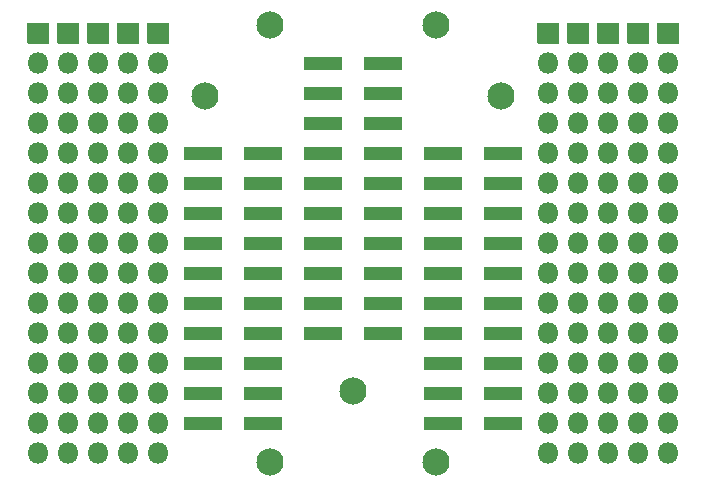
<source format=gbr>
G04 #@! TF.GenerationSoftware,KiCad,Pcbnew,5.1.7-a382d34a8~87~ubuntu18.04.1*
G04 #@! TF.CreationDate,2020-10-22T16:54:02+03:00*
G04 #@! TF.ProjectId,FreeSmart157AAC_29mm_devboard_5r_smd,46726565-536d-4617-9274-313537414143,rev?*
G04 #@! TF.SameCoordinates,Original*
G04 #@! TF.FileFunction,Soldermask,Bot*
G04 #@! TF.FilePolarity,Negative*
%FSLAX46Y46*%
G04 Gerber Fmt 4.6, Leading zero omitted, Abs format (unit mm)*
G04 Created by KiCad (PCBNEW 5.1.7-a382d34a8~87~ubuntu18.04.1) date 2020-10-22 16:54:02*
%MOMM*%
%LPD*%
G01*
G04 APERTURE LIST*
%ADD10C,2.302000*%
%ADD11O,1.802000X1.802000*%
G04 APERTURE END LIST*
D10*
X7000000Y-18500000D03*
X-7000000Y-18500000D03*
X7000000Y18500000D03*
X-7000000Y18500000D03*
G36*
G01*
X899000Y14740000D02*
X899000Y15740000D01*
G75*
G02*
X950000Y15791000I51000J0D01*
G01*
X4100000Y15791000D01*
G75*
G02*
X4151000Y15740000I0J-51000D01*
G01*
X4151000Y14740000D01*
G75*
G02*
X4100000Y14689000I-51000J0D01*
G01*
X950000Y14689000D01*
G75*
G02*
X899000Y14740000I0J51000D01*
G01*
G37*
G36*
G01*
X-4151000Y14740000D02*
X-4151000Y15740000D01*
G75*
G02*
X-4100000Y15791000I51000J0D01*
G01*
X-950000Y15791000D01*
G75*
G02*
X-899000Y15740000I0J-51000D01*
G01*
X-899000Y14740000D01*
G75*
G02*
X-950000Y14689000I-51000J0D01*
G01*
X-4100000Y14689000D01*
G75*
G02*
X-4151000Y14740000I0J51000D01*
G01*
G37*
G36*
G01*
X899000Y12200000D02*
X899000Y13200000D01*
G75*
G02*
X950000Y13251000I51000J0D01*
G01*
X4100000Y13251000D01*
G75*
G02*
X4151000Y13200000I0J-51000D01*
G01*
X4151000Y12200000D01*
G75*
G02*
X4100000Y12149000I-51000J0D01*
G01*
X950000Y12149000D01*
G75*
G02*
X899000Y12200000I0J51000D01*
G01*
G37*
G36*
G01*
X-4151000Y12200000D02*
X-4151000Y13200000D01*
G75*
G02*
X-4100000Y13251000I51000J0D01*
G01*
X-950000Y13251000D01*
G75*
G02*
X-899000Y13200000I0J-51000D01*
G01*
X-899000Y12200000D01*
G75*
G02*
X-950000Y12149000I-51000J0D01*
G01*
X-4100000Y12149000D01*
G75*
G02*
X-4151000Y12200000I0J51000D01*
G01*
G37*
G36*
G01*
X899000Y9660000D02*
X899000Y10660000D01*
G75*
G02*
X950000Y10711000I51000J0D01*
G01*
X4100000Y10711000D01*
G75*
G02*
X4151000Y10660000I0J-51000D01*
G01*
X4151000Y9660000D01*
G75*
G02*
X4100000Y9609000I-51000J0D01*
G01*
X950000Y9609000D01*
G75*
G02*
X899000Y9660000I0J51000D01*
G01*
G37*
G36*
G01*
X-4151000Y9660000D02*
X-4151000Y10660000D01*
G75*
G02*
X-4100000Y10711000I51000J0D01*
G01*
X-950000Y10711000D01*
G75*
G02*
X-899000Y10660000I0J-51000D01*
G01*
X-899000Y9660000D01*
G75*
G02*
X-950000Y9609000I-51000J0D01*
G01*
X-4100000Y9609000D01*
G75*
G02*
X-4151000Y9660000I0J51000D01*
G01*
G37*
G36*
G01*
X899000Y7120000D02*
X899000Y8120000D01*
G75*
G02*
X950000Y8171000I51000J0D01*
G01*
X4100000Y8171000D01*
G75*
G02*
X4151000Y8120000I0J-51000D01*
G01*
X4151000Y7120000D01*
G75*
G02*
X4100000Y7069000I-51000J0D01*
G01*
X950000Y7069000D01*
G75*
G02*
X899000Y7120000I0J51000D01*
G01*
G37*
G36*
G01*
X-4151000Y7120000D02*
X-4151000Y8120000D01*
G75*
G02*
X-4100000Y8171000I51000J0D01*
G01*
X-950000Y8171000D01*
G75*
G02*
X-899000Y8120000I0J-51000D01*
G01*
X-899000Y7120000D01*
G75*
G02*
X-950000Y7069000I-51000J0D01*
G01*
X-4100000Y7069000D01*
G75*
G02*
X-4151000Y7120000I0J51000D01*
G01*
G37*
G36*
G01*
X899000Y4580000D02*
X899000Y5580000D01*
G75*
G02*
X950000Y5631000I51000J0D01*
G01*
X4100000Y5631000D01*
G75*
G02*
X4151000Y5580000I0J-51000D01*
G01*
X4151000Y4580000D01*
G75*
G02*
X4100000Y4529000I-51000J0D01*
G01*
X950000Y4529000D01*
G75*
G02*
X899000Y4580000I0J51000D01*
G01*
G37*
G36*
G01*
X-4151000Y4580000D02*
X-4151000Y5580000D01*
G75*
G02*
X-4100000Y5631000I51000J0D01*
G01*
X-950000Y5631000D01*
G75*
G02*
X-899000Y5580000I0J-51000D01*
G01*
X-899000Y4580000D01*
G75*
G02*
X-950000Y4529000I-51000J0D01*
G01*
X-4100000Y4529000D01*
G75*
G02*
X-4151000Y4580000I0J51000D01*
G01*
G37*
G36*
G01*
X899000Y2040000D02*
X899000Y3040000D01*
G75*
G02*
X950000Y3091000I51000J0D01*
G01*
X4100000Y3091000D01*
G75*
G02*
X4151000Y3040000I0J-51000D01*
G01*
X4151000Y2040000D01*
G75*
G02*
X4100000Y1989000I-51000J0D01*
G01*
X950000Y1989000D01*
G75*
G02*
X899000Y2040000I0J51000D01*
G01*
G37*
G36*
G01*
X-4151000Y2040000D02*
X-4151000Y3040000D01*
G75*
G02*
X-4100000Y3091000I51000J0D01*
G01*
X-950000Y3091000D01*
G75*
G02*
X-899000Y3040000I0J-51000D01*
G01*
X-899000Y2040000D01*
G75*
G02*
X-950000Y1989000I-51000J0D01*
G01*
X-4100000Y1989000D01*
G75*
G02*
X-4151000Y2040000I0J51000D01*
G01*
G37*
G36*
G01*
X899000Y-500000D02*
X899000Y500000D01*
G75*
G02*
X950000Y551000I51000J0D01*
G01*
X4100000Y551000D01*
G75*
G02*
X4151000Y500000I0J-51000D01*
G01*
X4151000Y-500000D01*
G75*
G02*
X4100000Y-551000I-51000J0D01*
G01*
X950000Y-551000D01*
G75*
G02*
X899000Y-500000I0J51000D01*
G01*
G37*
G36*
G01*
X-4151000Y-500000D02*
X-4151000Y500000D01*
G75*
G02*
X-4100000Y551000I51000J0D01*
G01*
X-950000Y551000D01*
G75*
G02*
X-899000Y500000I0J-51000D01*
G01*
X-899000Y-500000D01*
G75*
G02*
X-950000Y-551000I-51000J0D01*
G01*
X-4100000Y-551000D01*
G75*
G02*
X-4151000Y-500000I0J51000D01*
G01*
G37*
G36*
G01*
X899000Y-3040000D02*
X899000Y-2040000D01*
G75*
G02*
X950000Y-1989000I51000J0D01*
G01*
X4100000Y-1989000D01*
G75*
G02*
X4151000Y-2040000I0J-51000D01*
G01*
X4151000Y-3040000D01*
G75*
G02*
X4100000Y-3091000I-51000J0D01*
G01*
X950000Y-3091000D01*
G75*
G02*
X899000Y-3040000I0J51000D01*
G01*
G37*
G36*
G01*
X-4151000Y-3040000D02*
X-4151000Y-2040000D01*
G75*
G02*
X-4100000Y-1989000I51000J0D01*
G01*
X-950000Y-1989000D01*
G75*
G02*
X-899000Y-2040000I0J-51000D01*
G01*
X-899000Y-3040000D01*
G75*
G02*
X-950000Y-3091000I-51000J0D01*
G01*
X-4100000Y-3091000D01*
G75*
G02*
X-4151000Y-3040000I0J51000D01*
G01*
G37*
G36*
G01*
X899000Y-5580000D02*
X899000Y-4580000D01*
G75*
G02*
X950000Y-4529000I51000J0D01*
G01*
X4100000Y-4529000D01*
G75*
G02*
X4151000Y-4580000I0J-51000D01*
G01*
X4151000Y-5580000D01*
G75*
G02*
X4100000Y-5631000I-51000J0D01*
G01*
X950000Y-5631000D01*
G75*
G02*
X899000Y-5580000I0J51000D01*
G01*
G37*
G36*
G01*
X-4151000Y-5580000D02*
X-4151000Y-4580000D01*
G75*
G02*
X-4100000Y-4529000I51000J0D01*
G01*
X-950000Y-4529000D01*
G75*
G02*
X-899000Y-4580000I0J-51000D01*
G01*
X-899000Y-5580000D01*
G75*
G02*
X-950000Y-5631000I-51000J0D01*
G01*
X-4100000Y-5631000D01*
G75*
G02*
X-4151000Y-5580000I0J51000D01*
G01*
G37*
G36*
G01*
X899000Y-8120000D02*
X899000Y-7120000D01*
G75*
G02*
X950000Y-7069000I51000J0D01*
G01*
X4100000Y-7069000D01*
G75*
G02*
X4151000Y-7120000I0J-51000D01*
G01*
X4151000Y-8120000D01*
G75*
G02*
X4100000Y-8171000I-51000J0D01*
G01*
X950000Y-8171000D01*
G75*
G02*
X899000Y-8120000I0J51000D01*
G01*
G37*
G36*
G01*
X-4151000Y-8120000D02*
X-4151000Y-7120000D01*
G75*
G02*
X-4100000Y-7069000I51000J0D01*
G01*
X-950000Y-7069000D01*
G75*
G02*
X-899000Y-7120000I0J-51000D01*
G01*
X-899000Y-8120000D01*
G75*
G02*
X-950000Y-8171000I-51000J0D01*
G01*
X-4100000Y-8171000D01*
G75*
G02*
X-4151000Y-8120000I0J51000D01*
G01*
G37*
G36*
G01*
X11059000Y7120000D02*
X11059000Y8120000D01*
G75*
G02*
X11110000Y8171000I51000J0D01*
G01*
X14260000Y8171000D01*
G75*
G02*
X14311000Y8120000I0J-51000D01*
G01*
X14311000Y7120000D01*
G75*
G02*
X14260000Y7069000I-51000J0D01*
G01*
X11110000Y7069000D01*
G75*
G02*
X11059000Y7120000I0J51000D01*
G01*
G37*
G36*
G01*
X6009000Y7120000D02*
X6009000Y8120000D01*
G75*
G02*
X6060000Y8171000I51000J0D01*
G01*
X9210000Y8171000D01*
G75*
G02*
X9261000Y8120000I0J-51000D01*
G01*
X9261000Y7120000D01*
G75*
G02*
X9210000Y7069000I-51000J0D01*
G01*
X6060000Y7069000D01*
G75*
G02*
X6009000Y7120000I0J51000D01*
G01*
G37*
G36*
G01*
X11059000Y4580000D02*
X11059000Y5580000D01*
G75*
G02*
X11110000Y5631000I51000J0D01*
G01*
X14260000Y5631000D01*
G75*
G02*
X14311000Y5580000I0J-51000D01*
G01*
X14311000Y4580000D01*
G75*
G02*
X14260000Y4529000I-51000J0D01*
G01*
X11110000Y4529000D01*
G75*
G02*
X11059000Y4580000I0J51000D01*
G01*
G37*
G36*
G01*
X6009000Y4580000D02*
X6009000Y5580000D01*
G75*
G02*
X6060000Y5631000I51000J0D01*
G01*
X9210000Y5631000D01*
G75*
G02*
X9261000Y5580000I0J-51000D01*
G01*
X9261000Y4580000D01*
G75*
G02*
X9210000Y4529000I-51000J0D01*
G01*
X6060000Y4529000D01*
G75*
G02*
X6009000Y4580000I0J51000D01*
G01*
G37*
G36*
G01*
X11059000Y2040000D02*
X11059000Y3040000D01*
G75*
G02*
X11110000Y3091000I51000J0D01*
G01*
X14260000Y3091000D01*
G75*
G02*
X14311000Y3040000I0J-51000D01*
G01*
X14311000Y2040000D01*
G75*
G02*
X14260000Y1989000I-51000J0D01*
G01*
X11110000Y1989000D01*
G75*
G02*
X11059000Y2040000I0J51000D01*
G01*
G37*
G36*
G01*
X6009000Y2040000D02*
X6009000Y3040000D01*
G75*
G02*
X6060000Y3091000I51000J0D01*
G01*
X9210000Y3091000D01*
G75*
G02*
X9261000Y3040000I0J-51000D01*
G01*
X9261000Y2040000D01*
G75*
G02*
X9210000Y1989000I-51000J0D01*
G01*
X6060000Y1989000D01*
G75*
G02*
X6009000Y2040000I0J51000D01*
G01*
G37*
G36*
G01*
X11059000Y-500000D02*
X11059000Y500000D01*
G75*
G02*
X11110000Y551000I51000J0D01*
G01*
X14260000Y551000D01*
G75*
G02*
X14311000Y500000I0J-51000D01*
G01*
X14311000Y-500000D01*
G75*
G02*
X14260000Y-551000I-51000J0D01*
G01*
X11110000Y-551000D01*
G75*
G02*
X11059000Y-500000I0J51000D01*
G01*
G37*
G36*
G01*
X6009000Y-500000D02*
X6009000Y500000D01*
G75*
G02*
X6060000Y551000I51000J0D01*
G01*
X9210000Y551000D01*
G75*
G02*
X9261000Y500000I0J-51000D01*
G01*
X9261000Y-500000D01*
G75*
G02*
X9210000Y-551000I-51000J0D01*
G01*
X6060000Y-551000D01*
G75*
G02*
X6009000Y-500000I0J51000D01*
G01*
G37*
G36*
G01*
X11059000Y-3040000D02*
X11059000Y-2040000D01*
G75*
G02*
X11110000Y-1989000I51000J0D01*
G01*
X14260000Y-1989000D01*
G75*
G02*
X14311000Y-2040000I0J-51000D01*
G01*
X14311000Y-3040000D01*
G75*
G02*
X14260000Y-3091000I-51000J0D01*
G01*
X11110000Y-3091000D01*
G75*
G02*
X11059000Y-3040000I0J51000D01*
G01*
G37*
G36*
G01*
X6009000Y-3040000D02*
X6009000Y-2040000D01*
G75*
G02*
X6060000Y-1989000I51000J0D01*
G01*
X9210000Y-1989000D01*
G75*
G02*
X9261000Y-2040000I0J-51000D01*
G01*
X9261000Y-3040000D01*
G75*
G02*
X9210000Y-3091000I-51000J0D01*
G01*
X6060000Y-3091000D01*
G75*
G02*
X6009000Y-3040000I0J51000D01*
G01*
G37*
G36*
G01*
X11059000Y-5580000D02*
X11059000Y-4580000D01*
G75*
G02*
X11110000Y-4529000I51000J0D01*
G01*
X14260000Y-4529000D01*
G75*
G02*
X14311000Y-4580000I0J-51000D01*
G01*
X14311000Y-5580000D01*
G75*
G02*
X14260000Y-5631000I-51000J0D01*
G01*
X11110000Y-5631000D01*
G75*
G02*
X11059000Y-5580000I0J51000D01*
G01*
G37*
G36*
G01*
X6009000Y-5580000D02*
X6009000Y-4580000D01*
G75*
G02*
X6060000Y-4529000I51000J0D01*
G01*
X9210000Y-4529000D01*
G75*
G02*
X9261000Y-4580000I0J-51000D01*
G01*
X9261000Y-5580000D01*
G75*
G02*
X9210000Y-5631000I-51000J0D01*
G01*
X6060000Y-5631000D01*
G75*
G02*
X6009000Y-5580000I0J51000D01*
G01*
G37*
G36*
G01*
X11059000Y-8120000D02*
X11059000Y-7120000D01*
G75*
G02*
X11110000Y-7069000I51000J0D01*
G01*
X14260000Y-7069000D01*
G75*
G02*
X14311000Y-7120000I0J-51000D01*
G01*
X14311000Y-8120000D01*
G75*
G02*
X14260000Y-8171000I-51000J0D01*
G01*
X11110000Y-8171000D01*
G75*
G02*
X11059000Y-8120000I0J51000D01*
G01*
G37*
G36*
G01*
X6009000Y-8120000D02*
X6009000Y-7120000D01*
G75*
G02*
X6060000Y-7069000I51000J0D01*
G01*
X9210000Y-7069000D01*
G75*
G02*
X9261000Y-7120000I0J-51000D01*
G01*
X9261000Y-8120000D01*
G75*
G02*
X9210000Y-8171000I-51000J0D01*
G01*
X6060000Y-8171000D01*
G75*
G02*
X6009000Y-8120000I0J51000D01*
G01*
G37*
G36*
G01*
X11059000Y-10660000D02*
X11059000Y-9660000D01*
G75*
G02*
X11110000Y-9609000I51000J0D01*
G01*
X14260000Y-9609000D01*
G75*
G02*
X14311000Y-9660000I0J-51000D01*
G01*
X14311000Y-10660000D01*
G75*
G02*
X14260000Y-10711000I-51000J0D01*
G01*
X11110000Y-10711000D01*
G75*
G02*
X11059000Y-10660000I0J51000D01*
G01*
G37*
G36*
G01*
X6009000Y-10660000D02*
X6009000Y-9660000D01*
G75*
G02*
X6060000Y-9609000I51000J0D01*
G01*
X9210000Y-9609000D01*
G75*
G02*
X9261000Y-9660000I0J-51000D01*
G01*
X9261000Y-10660000D01*
G75*
G02*
X9210000Y-10711000I-51000J0D01*
G01*
X6060000Y-10711000D01*
G75*
G02*
X6009000Y-10660000I0J51000D01*
G01*
G37*
G36*
G01*
X11059000Y-13200000D02*
X11059000Y-12200000D01*
G75*
G02*
X11110000Y-12149000I51000J0D01*
G01*
X14260000Y-12149000D01*
G75*
G02*
X14311000Y-12200000I0J-51000D01*
G01*
X14311000Y-13200000D01*
G75*
G02*
X14260000Y-13251000I-51000J0D01*
G01*
X11110000Y-13251000D01*
G75*
G02*
X11059000Y-13200000I0J51000D01*
G01*
G37*
G36*
G01*
X6009000Y-13200000D02*
X6009000Y-12200000D01*
G75*
G02*
X6060000Y-12149000I51000J0D01*
G01*
X9210000Y-12149000D01*
G75*
G02*
X9261000Y-12200000I0J-51000D01*
G01*
X9261000Y-13200000D01*
G75*
G02*
X9210000Y-13251000I-51000J0D01*
G01*
X6060000Y-13251000D01*
G75*
G02*
X6009000Y-13200000I0J51000D01*
G01*
G37*
G36*
G01*
X11059000Y-15740000D02*
X11059000Y-14740000D01*
G75*
G02*
X11110000Y-14689000I51000J0D01*
G01*
X14260000Y-14689000D01*
G75*
G02*
X14311000Y-14740000I0J-51000D01*
G01*
X14311000Y-15740000D01*
G75*
G02*
X14260000Y-15791000I-51000J0D01*
G01*
X11110000Y-15791000D01*
G75*
G02*
X11059000Y-15740000I0J51000D01*
G01*
G37*
G36*
G01*
X6009000Y-15740000D02*
X6009000Y-14740000D01*
G75*
G02*
X6060000Y-14689000I51000J0D01*
G01*
X9210000Y-14689000D01*
G75*
G02*
X9261000Y-14740000I0J-51000D01*
G01*
X9261000Y-15740000D01*
G75*
G02*
X9210000Y-15791000I-51000J0D01*
G01*
X6060000Y-15791000D01*
G75*
G02*
X6009000Y-15740000I0J51000D01*
G01*
G37*
D11*
X26670000Y-17780000D03*
X26670000Y-15240000D03*
X26670000Y-12700000D03*
X26670000Y-10160000D03*
X26670000Y-7620000D03*
X26670000Y-5080000D03*
X26670000Y-2540000D03*
X26670000Y0D03*
X26670000Y2540000D03*
X26670000Y5080000D03*
X26670000Y7620000D03*
X26670000Y10160000D03*
X26670000Y12700000D03*
X26670000Y15240000D03*
G36*
G01*
X27571000Y18630000D02*
X27571000Y16930000D01*
G75*
G02*
X27520000Y16879000I-51000J0D01*
G01*
X25820000Y16879000D01*
G75*
G02*
X25769000Y16930000I0J51000D01*
G01*
X25769000Y18630000D01*
G75*
G02*
X25820000Y18681000I51000J0D01*
G01*
X27520000Y18681000D01*
G75*
G02*
X27571000Y18630000I0J-51000D01*
G01*
G37*
X24130000Y-17780000D03*
X24130000Y-15240000D03*
X24130000Y-12700000D03*
X24130000Y-10160000D03*
X24130000Y-7620000D03*
X24130000Y-5080000D03*
X24130000Y-2540000D03*
X24130000Y0D03*
X24130000Y2540000D03*
X24130000Y5080000D03*
X24130000Y7620000D03*
X24130000Y10160000D03*
X24130000Y12700000D03*
X24130000Y15240000D03*
G36*
G01*
X25031000Y18630000D02*
X25031000Y16930000D01*
G75*
G02*
X24980000Y16879000I-51000J0D01*
G01*
X23280000Y16879000D01*
G75*
G02*
X23229000Y16930000I0J51000D01*
G01*
X23229000Y18630000D01*
G75*
G02*
X23280000Y18681000I51000J0D01*
G01*
X24980000Y18681000D01*
G75*
G02*
X25031000Y18630000I0J-51000D01*
G01*
G37*
X21590000Y-17780000D03*
X21590000Y-15240000D03*
X21590000Y-12700000D03*
X21590000Y-10160000D03*
X21590000Y-7620000D03*
X21590000Y-5080000D03*
X21590000Y-2540000D03*
X21590000Y0D03*
X21590000Y2540000D03*
X21590000Y5080000D03*
X21590000Y7620000D03*
X21590000Y10160000D03*
X21590000Y12700000D03*
X21590000Y15240000D03*
G36*
G01*
X22491000Y18630000D02*
X22491000Y16930000D01*
G75*
G02*
X22440000Y16879000I-51000J0D01*
G01*
X20740000Y16879000D01*
G75*
G02*
X20689000Y16930000I0J51000D01*
G01*
X20689000Y18630000D01*
G75*
G02*
X20740000Y18681000I51000J0D01*
G01*
X22440000Y18681000D01*
G75*
G02*
X22491000Y18630000I0J-51000D01*
G01*
G37*
X19050000Y-17780000D03*
X19050000Y-15240000D03*
X19050000Y-12700000D03*
X19050000Y-10160000D03*
X19050000Y-7620000D03*
X19050000Y-5080000D03*
X19050000Y-2540000D03*
X19050000Y0D03*
X19050000Y2540000D03*
X19050000Y5080000D03*
X19050000Y7620000D03*
X19050000Y10160000D03*
X19050000Y12700000D03*
X19050000Y15240000D03*
G36*
G01*
X19951000Y18630000D02*
X19951000Y16930000D01*
G75*
G02*
X19900000Y16879000I-51000J0D01*
G01*
X18200000Y16879000D01*
G75*
G02*
X18149000Y16930000I0J51000D01*
G01*
X18149000Y18630000D01*
G75*
G02*
X18200000Y18681000I51000J0D01*
G01*
X19900000Y18681000D01*
G75*
G02*
X19951000Y18630000I0J-51000D01*
G01*
G37*
X16510000Y-17780000D03*
X16510000Y-15240000D03*
X16510000Y-12700000D03*
X16510000Y-10160000D03*
X16510000Y-7620000D03*
X16510000Y-5080000D03*
X16510000Y-2540000D03*
X16510000Y0D03*
X16510000Y2540000D03*
X16510000Y5080000D03*
X16510000Y7620000D03*
X16510000Y10160000D03*
X16510000Y12700000D03*
X16510000Y15240000D03*
G36*
G01*
X17411000Y18630000D02*
X17411000Y16930000D01*
G75*
G02*
X17360000Y16879000I-51000J0D01*
G01*
X15660000Y16879000D01*
G75*
G02*
X15609000Y16930000I0J51000D01*
G01*
X15609000Y18630000D01*
G75*
G02*
X15660000Y18681000I51000J0D01*
G01*
X17360000Y18681000D01*
G75*
G02*
X17411000Y18630000I0J-51000D01*
G01*
G37*
G36*
G01*
X-9261000Y7120000D02*
X-9261000Y8120000D01*
G75*
G02*
X-9210000Y8171000I51000J0D01*
G01*
X-6060000Y8171000D01*
G75*
G02*
X-6009000Y8120000I0J-51000D01*
G01*
X-6009000Y7120000D01*
G75*
G02*
X-6060000Y7069000I-51000J0D01*
G01*
X-9210000Y7069000D01*
G75*
G02*
X-9261000Y7120000I0J51000D01*
G01*
G37*
G36*
G01*
X-14311000Y7120000D02*
X-14311000Y8120000D01*
G75*
G02*
X-14260000Y8171000I51000J0D01*
G01*
X-11110000Y8171000D01*
G75*
G02*
X-11059000Y8120000I0J-51000D01*
G01*
X-11059000Y7120000D01*
G75*
G02*
X-11110000Y7069000I-51000J0D01*
G01*
X-14260000Y7069000D01*
G75*
G02*
X-14311000Y7120000I0J51000D01*
G01*
G37*
G36*
G01*
X-9261000Y4580000D02*
X-9261000Y5580000D01*
G75*
G02*
X-9210000Y5631000I51000J0D01*
G01*
X-6060000Y5631000D01*
G75*
G02*
X-6009000Y5580000I0J-51000D01*
G01*
X-6009000Y4580000D01*
G75*
G02*
X-6060000Y4529000I-51000J0D01*
G01*
X-9210000Y4529000D01*
G75*
G02*
X-9261000Y4580000I0J51000D01*
G01*
G37*
G36*
G01*
X-14311000Y4580000D02*
X-14311000Y5580000D01*
G75*
G02*
X-14260000Y5631000I51000J0D01*
G01*
X-11110000Y5631000D01*
G75*
G02*
X-11059000Y5580000I0J-51000D01*
G01*
X-11059000Y4580000D01*
G75*
G02*
X-11110000Y4529000I-51000J0D01*
G01*
X-14260000Y4529000D01*
G75*
G02*
X-14311000Y4580000I0J51000D01*
G01*
G37*
G36*
G01*
X-9261000Y2040000D02*
X-9261000Y3040000D01*
G75*
G02*
X-9210000Y3091000I51000J0D01*
G01*
X-6060000Y3091000D01*
G75*
G02*
X-6009000Y3040000I0J-51000D01*
G01*
X-6009000Y2040000D01*
G75*
G02*
X-6060000Y1989000I-51000J0D01*
G01*
X-9210000Y1989000D01*
G75*
G02*
X-9261000Y2040000I0J51000D01*
G01*
G37*
G36*
G01*
X-14311000Y2040000D02*
X-14311000Y3040000D01*
G75*
G02*
X-14260000Y3091000I51000J0D01*
G01*
X-11110000Y3091000D01*
G75*
G02*
X-11059000Y3040000I0J-51000D01*
G01*
X-11059000Y2040000D01*
G75*
G02*
X-11110000Y1989000I-51000J0D01*
G01*
X-14260000Y1989000D01*
G75*
G02*
X-14311000Y2040000I0J51000D01*
G01*
G37*
G36*
G01*
X-9261000Y-500000D02*
X-9261000Y500000D01*
G75*
G02*
X-9210000Y551000I51000J0D01*
G01*
X-6060000Y551000D01*
G75*
G02*
X-6009000Y500000I0J-51000D01*
G01*
X-6009000Y-500000D01*
G75*
G02*
X-6060000Y-551000I-51000J0D01*
G01*
X-9210000Y-551000D01*
G75*
G02*
X-9261000Y-500000I0J51000D01*
G01*
G37*
G36*
G01*
X-14311000Y-500000D02*
X-14311000Y500000D01*
G75*
G02*
X-14260000Y551000I51000J0D01*
G01*
X-11110000Y551000D01*
G75*
G02*
X-11059000Y500000I0J-51000D01*
G01*
X-11059000Y-500000D01*
G75*
G02*
X-11110000Y-551000I-51000J0D01*
G01*
X-14260000Y-551000D01*
G75*
G02*
X-14311000Y-500000I0J51000D01*
G01*
G37*
G36*
G01*
X-9261000Y-3040000D02*
X-9261000Y-2040000D01*
G75*
G02*
X-9210000Y-1989000I51000J0D01*
G01*
X-6060000Y-1989000D01*
G75*
G02*
X-6009000Y-2040000I0J-51000D01*
G01*
X-6009000Y-3040000D01*
G75*
G02*
X-6060000Y-3091000I-51000J0D01*
G01*
X-9210000Y-3091000D01*
G75*
G02*
X-9261000Y-3040000I0J51000D01*
G01*
G37*
G36*
G01*
X-14311000Y-3040000D02*
X-14311000Y-2040000D01*
G75*
G02*
X-14260000Y-1989000I51000J0D01*
G01*
X-11110000Y-1989000D01*
G75*
G02*
X-11059000Y-2040000I0J-51000D01*
G01*
X-11059000Y-3040000D01*
G75*
G02*
X-11110000Y-3091000I-51000J0D01*
G01*
X-14260000Y-3091000D01*
G75*
G02*
X-14311000Y-3040000I0J51000D01*
G01*
G37*
G36*
G01*
X-9261000Y-5580000D02*
X-9261000Y-4580000D01*
G75*
G02*
X-9210000Y-4529000I51000J0D01*
G01*
X-6060000Y-4529000D01*
G75*
G02*
X-6009000Y-4580000I0J-51000D01*
G01*
X-6009000Y-5580000D01*
G75*
G02*
X-6060000Y-5631000I-51000J0D01*
G01*
X-9210000Y-5631000D01*
G75*
G02*
X-9261000Y-5580000I0J51000D01*
G01*
G37*
G36*
G01*
X-14311000Y-5580000D02*
X-14311000Y-4580000D01*
G75*
G02*
X-14260000Y-4529000I51000J0D01*
G01*
X-11110000Y-4529000D01*
G75*
G02*
X-11059000Y-4580000I0J-51000D01*
G01*
X-11059000Y-5580000D01*
G75*
G02*
X-11110000Y-5631000I-51000J0D01*
G01*
X-14260000Y-5631000D01*
G75*
G02*
X-14311000Y-5580000I0J51000D01*
G01*
G37*
G36*
G01*
X-9261000Y-8120000D02*
X-9261000Y-7120000D01*
G75*
G02*
X-9210000Y-7069000I51000J0D01*
G01*
X-6060000Y-7069000D01*
G75*
G02*
X-6009000Y-7120000I0J-51000D01*
G01*
X-6009000Y-8120000D01*
G75*
G02*
X-6060000Y-8171000I-51000J0D01*
G01*
X-9210000Y-8171000D01*
G75*
G02*
X-9261000Y-8120000I0J51000D01*
G01*
G37*
G36*
G01*
X-14311000Y-8120000D02*
X-14311000Y-7120000D01*
G75*
G02*
X-14260000Y-7069000I51000J0D01*
G01*
X-11110000Y-7069000D01*
G75*
G02*
X-11059000Y-7120000I0J-51000D01*
G01*
X-11059000Y-8120000D01*
G75*
G02*
X-11110000Y-8171000I-51000J0D01*
G01*
X-14260000Y-8171000D01*
G75*
G02*
X-14311000Y-8120000I0J51000D01*
G01*
G37*
G36*
G01*
X-9261000Y-10660000D02*
X-9261000Y-9660000D01*
G75*
G02*
X-9210000Y-9609000I51000J0D01*
G01*
X-6060000Y-9609000D01*
G75*
G02*
X-6009000Y-9660000I0J-51000D01*
G01*
X-6009000Y-10660000D01*
G75*
G02*
X-6060000Y-10711000I-51000J0D01*
G01*
X-9210000Y-10711000D01*
G75*
G02*
X-9261000Y-10660000I0J51000D01*
G01*
G37*
G36*
G01*
X-14311000Y-10660000D02*
X-14311000Y-9660000D01*
G75*
G02*
X-14260000Y-9609000I51000J0D01*
G01*
X-11110000Y-9609000D01*
G75*
G02*
X-11059000Y-9660000I0J-51000D01*
G01*
X-11059000Y-10660000D01*
G75*
G02*
X-11110000Y-10711000I-51000J0D01*
G01*
X-14260000Y-10711000D01*
G75*
G02*
X-14311000Y-10660000I0J51000D01*
G01*
G37*
G36*
G01*
X-9261000Y-13200000D02*
X-9261000Y-12200000D01*
G75*
G02*
X-9210000Y-12149000I51000J0D01*
G01*
X-6060000Y-12149000D01*
G75*
G02*
X-6009000Y-12200000I0J-51000D01*
G01*
X-6009000Y-13200000D01*
G75*
G02*
X-6060000Y-13251000I-51000J0D01*
G01*
X-9210000Y-13251000D01*
G75*
G02*
X-9261000Y-13200000I0J51000D01*
G01*
G37*
G36*
G01*
X-14311000Y-13200000D02*
X-14311000Y-12200000D01*
G75*
G02*
X-14260000Y-12149000I51000J0D01*
G01*
X-11110000Y-12149000D01*
G75*
G02*
X-11059000Y-12200000I0J-51000D01*
G01*
X-11059000Y-13200000D01*
G75*
G02*
X-11110000Y-13251000I-51000J0D01*
G01*
X-14260000Y-13251000D01*
G75*
G02*
X-14311000Y-13200000I0J51000D01*
G01*
G37*
G36*
G01*
X-9261000Y-15740000D02*
X-9261000Y-14740000D01*
G75*
G02*
X-9210000Y-14689000I51000J0D01*
G01*
X-6060000Y-14689000D01*
G75*
G02*
X-6009000Y-14740000I0J-51000D01*
G01*
X-6009000Y-15740000D01*
G75*
G02*
X-6060000Y-15791000I-51000J0D01*
G01*
X-9210000Y-15791000D01*
G75*
G02*
X-9261000Y-15740000I0J51000D01*
G01*
G37*
G36*
G01*
X-14311000Y-15740000D02*
X-14311000Y-14740000D01*
G75*
G02*
X-14260000Y-14689000I51000J0D01*
G01*
X-11110000Y-14689000D01*
G75*
G02*
X-11059000Y-14740000I0J-51000D01*
G01*
X-11059000Y-15740000D01*
G75*
G02*
X-11110000Y-15791000I-51000J0D01*
G01*
X-14260000Y-15791000D01*
G75*
G02*
X-14311000Y-15740000I0J51000D01*
G01*
G37*
X-26670000Y-17780000D03*
X-26670000Y-15240000D03*
X-26670000Y-12700000D03*
X-26670000Y-10160000D03*
X-26670000Y-7620000D03*
X-26670000Y-5080000D03*
X-26670000Y-2540000D03*
X-26670000Y0D03*
X-26670000Y2540000D03*
X-26670000Y5080000D03*
X-26670000Y7620000D03*
X-26670000Y10160000D03*
X-26670000Y12700000D03*
X-26670000Y15240000D03*
G36*
G01*
X-25769000Y18630000D02*
X-25769000Y16930000D01*
G75*
G02*
X-25820000Y16879000I-51000J0D01*
G01*
X-27520000Y16879000D01*
G75*
G02*
X-27571000Y16930000I0J51000D01*
G01*
X-27571000Y18630000D01*
G75*
G02*
X-27520000Y18681000I51000J0D01*
G01*
X-25820000Y18681000D01*
G75*
G02*
X-25769000Y18630000I0J-51000D01*
G01*
G37*
X-24130000Y-17780000D03*
X-24130000Y-15240000D03*
X-24130000Y-12700000D03*
X-24130000Y-10160000D03*
X-24130000Y-7620000D03*
X-24130000Y-5080000D03*
X-24130000Y-2540000D03*
X-24130000Y0D03*
X-24130000Y2540000D03*
X-24130000Y5080000D03*
X-24130000Y7620000D03*
X-24130000Y10160000D03*
X-24130000Y12700000D03*
X-24130000Y15240000D03*
G36*
G01*
X-23229000Y18630000D02*
X-23229000Y16930000D01*
G75*
G02*
X-23280000Y16879000I-51000J0D01*
G01*
X-24980000Y16879000D01*
G75*
G02*
X-25031000Y16930000I0J51000D01*
G01*
X-25031000Y18630000D01*
G75*
G02*
X-24980000Y18681000I51000J0D01*
G01*
X-23280000Y18681000D01*
G75*
G02*
X-23229000Y18630000I0J-51000D01*
G01*
G37*
X-21590000Y-17780000D03*
X-21590000Y-15240000D03*
X-21590000Y-12700000D03*
X-21590000Y-10160000D03*
X-21590000Y-7620000D03*
X-21590000Y-5080000D03*
X-21590000Y-2540000D03*
X-21590000Y0D03*
X-21590000Y2540000D03*
X-21590000Y5080000D03*
X-21590000Y7620000D03*
X-21590000Y10160000D03*
X-21590000Y12700000D03*
X-21590000Y15240000D03*
G36*
G01*
X-20689000Y18630000D02*
X-20689000Y16930000D01*
G75*
G02*
X-20740000Y16879000I-51000J0D01*
G01*
X-22440000Y16879000D01*
G75*
G02*
X-22491000Y16930000I0J51000D01*
G01*
X-22491000Y18630000D01*
G75*
G02*
X-22440000Y18681000I51000J0D01*
G01*
X-20740000Y18681000D01*
G75*
G02*
X-20689000Y18630000I0J-51000D01*
G01*
G37*
X-19050000Y-17780000D03*
X-19050000Y-15240000D03*
X-19050000Y-12700000D03*
X-19050000Y-10160000D03*
X-19050000Y-7620000D03*
X-19050000Y-5080000D03*
X-19050000Y-2540000D03*
X-19050000Y0D03*
X-19050000Y2540000D03*
X-19050000Y5080000D03*
X-19050000Y7620000D03*
X-19050000Y10160000D03*
X-19050000Y12700000D03*
X-19050000Y15240000D03*
G36*
G01*
X-18149000Y18630000D02*
X-18149000Y16930000D01*
G75*
G02*
X-18200000Y16879000I-51000J0D01*
G01*
X-19900000Y16879000D01*
G75*
G02*
X-19951000Y16930000I0J51000D01*
G01*
X-19951000Y18630000D01*
G75*
G02*
X-19900000Y18681000I51000J0D01*
G01*
X-18200000Y18681000D01*
G75*
G02*
X-18149000Y18630000I0J-51000D01*
G01*
G37*
G36*
G01*
X-15609000Y18630000D02*
X-15609000Y16930000D01*
G75*
G02*
X-15660000Y16879000I-51000J0D01*
G01*
X-17360000Y16879000D01*
G75*
G02*
X-17411000Y16930000I0J51000D01*
G01*
X-17411000Y18630000D01*
G75*
G02*
X-17360000Y18681000I51000J0D01*
G01*
X-15660000Y18681000D01*
G75*
G02*
X-15609000Y18630000I0J-51000D01*
G01*
G37*
X-16510000Y15240000D03*
X-16510000Y12700000D03*
X-16510000Y10160000D03*
X-16510000Y7620000D03*
X-16510000Y5080000D03*
X-16510000Y2540000D03*
X-16510000Y0D03*
X-16510000Y-2540000D03*
X-16510000Y-5080000D03*
X-16510000Y-7620000D03*
X-16510000Y-10160000D03*
X-16510000Y-12700000D03*
X-16510000Y-15240000D03*
X-16510000Y-17780000D03*
D10*
X12500000Y12500000D03*
X-12500000Y12500000D03*
X0Y-12500000D03*
M02*

</source>
